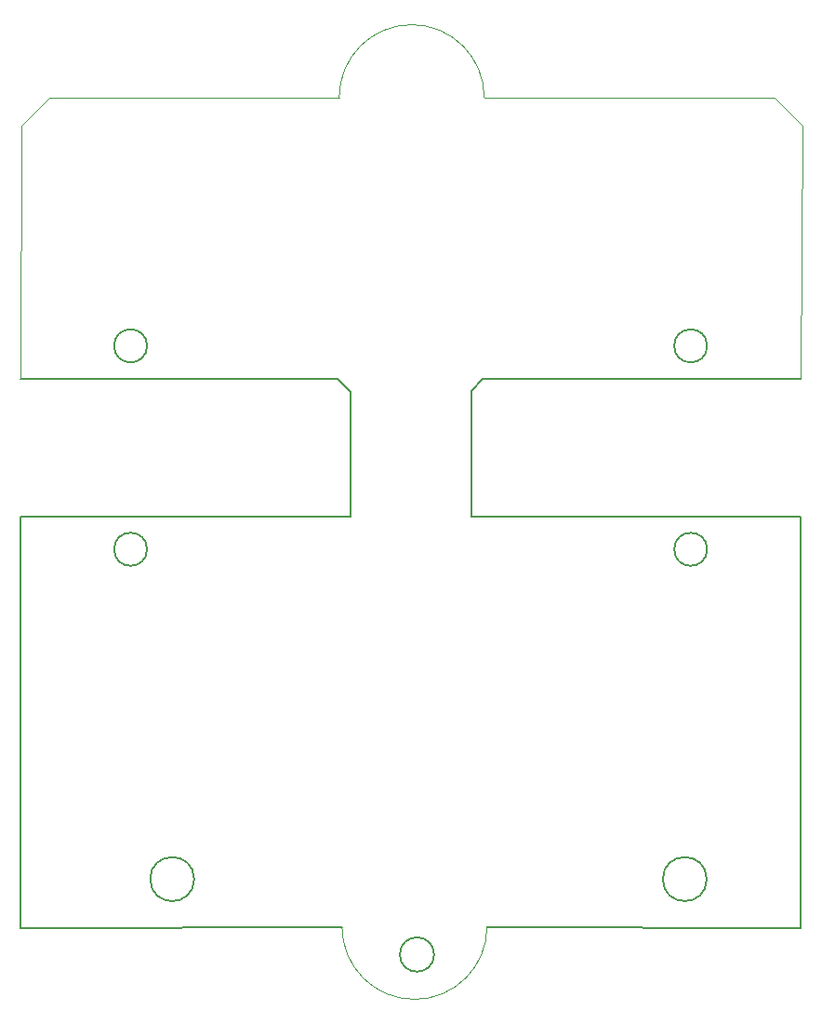
<source format=gbr>
G04 #@! TF.GenerationSoftware,KiCad,Pcbnew,5.1.10-88a1d61d58~90~ubuntu20.04.1*
G04 #@! TF.CreationDate,2021-09-26T11:40:27+02:00*
G04 #@! TF.ProjectId,micromouse_v2,6d696372-6f6d-46f7-9573-655f76322e6b,rev?*
G04 #@! TF.SameCoordinates,Original*
G04 #@! TF.FileFunction,Legend,Bot*
G04 #@! TF.FilePolarity,Positive*
%FSLAX46Y46*%
G04 Gerber Fmt 4.6, Leading zero omitted, Abs format (unit mm)*
G04 Created by KiCad (PCBNEW 5.1.10-88a1d61d58~90~ubuntu20.04.1) date 2021-09-26 11:40:27*
%MOMM*%
%LPD*%
G01*
G04 APERTURE LIST*
G04 #@! TA.AperFunction,Profile*
%ADD10C,0.200000*%
G04 #@! TD*
G04 #@! TA.AperFunction,Profile*
%ADD11C,0.050000*%
G04 #@! TD*
G04 APERTURE END LIST*
D10*
X149352063Y-130034000D02*
G75*
G03*
X149352063Y-130034000I-1556063J0D01*
G01*
X182714900Y-127596900D02*
X154178000Y-127508000D01*
D11*
X154178000Y-127508000D02*
G75*
G02*
X140970000Y-127508000I-6604000J0D01*
G01*
X140716000Y-52070000D02*
X114300000Y-52070000D01*
X140716000Y-52070000D02*
G75*
G02*
X153924000Y-52070000I6604000J0D01*
G01*
D10*
X152781000Y-78740000D02*
X153797000Y-77676000D01*
X140589000Y-77676000D02*
X141732000Y-78867000D01*
X152781000Y-78740000D02*
X152781000Y-90170000D01*
D11*
X180340000Y-52070000D02*
X153924000Y-52070000D01*
X182720000Y-77676000D02*
X182880000Y-54610000D01*
X111760000Y-54610000D02*
X111720000Y-77676000D01*
X180340000Y-52070000D02*
X182880000Y-54610000D01*
X111760000Y-54610000D02*
X114300000Y-52070000D01*
D10*
X111720000Y-77676000D02*
X140589000Y-77676000D01*
X141732000Y-90170000D02*
X111720000Y-90176000D01*
X111720000Y-90176000D02*
X111714900Y-127596900D01*
X182720000Y-90176000D02*
X182714900Y-127596900D01*
X123219999Y-93176000D02*
G75*
G03*
X123219999Y-93176000I-1499999J0D01*
G01*
X123219999Y-74676000D02*
G75*
G03*
X123219999Y-74676000I-1499999J0D01*
G01*
X141732000Y-78867000D02*
X141732000Y-90170000D01*
X182720000Y-77676000D02*
X153797000Y-77676000D01*
X152781000Y-90170000D02*
X182720000Y-90176000D01*
X140970000Y-127508000D02*
X111714900Y-127596900D01*
X174180000Y-123176000D02*
G75*
G03*
X174180000Y-123176000I-2000000J0D01*
G01*
X127508000Y-123176000D02*
G75*
G03*
X127508000Y-123176000I-2000000J0D01*
G01*
X174219999Y-93176000D02*
G75*
G03*
X174219999Y-93176000I-1499999J0D01*
G01*
X174219999Y-74676000D02*
G75*
G03*
X174219999Y-74676000I-1499999J0D01*
G01*
M02*

</source>
